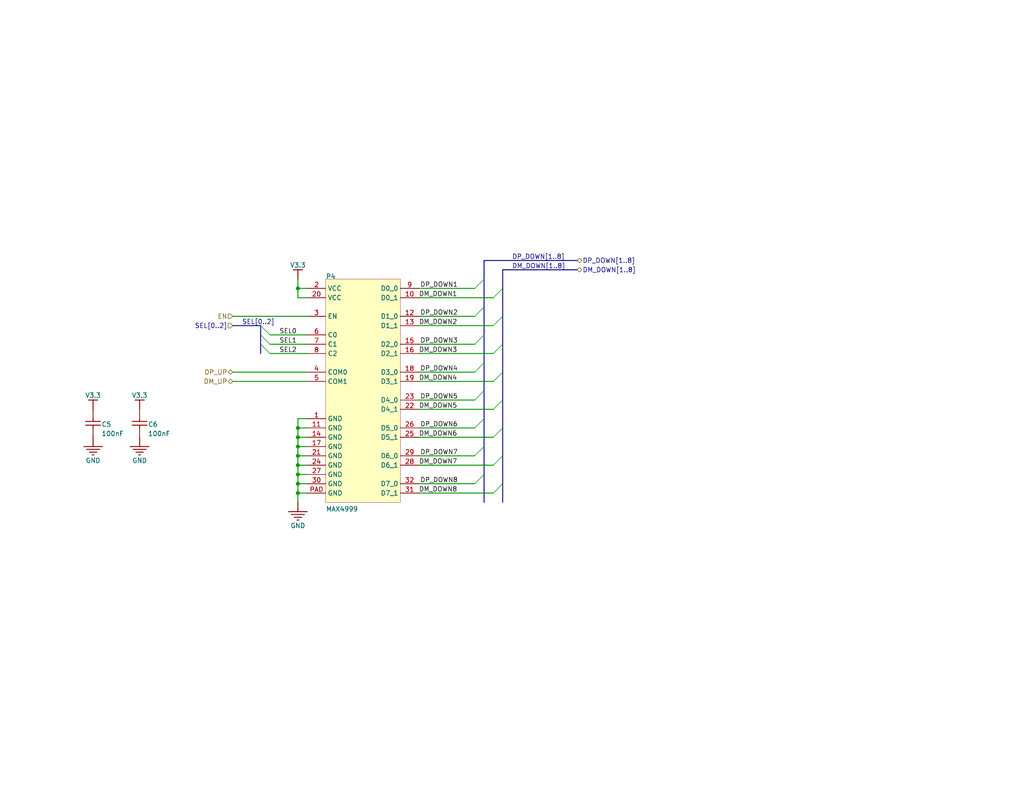
<source format=kicad_sch>
(kicad_sch (version 20231120) (generator "eeschema") (generator_version "8.0")
  (paper "A")
  (lib_symbols
    (symbol "top-altium-import:GND_POWER_GROUND" (power)
      (property "Reference" "#PWR" (at 0 0 0))
      (property "Value" "GND" (at 0 6.35 0))
      (symbol "GND_POWER_GROUND_0_0"
        (polyline (pts (xy -2.54 -2.54) (xy 2.54 -2.54)) (stroke (width 0.254)))
        (polyline (pts (xy -1.778 -3.302) (xy 1.778 -3.302)) (stroke (width 0.254)))
        (polyline (pts (xy -1.016 -4.064) (xy 1.016 -4.064)) (stroke (width 0.254)))
        (polyline (pts (xy -0.254 -4.826) (xy 0.254 -4.826)) (stroke (width 0.254)))
        (polyline (pts (xy 0 0) (xy 0 -2.54)) (stroke (width 0.254)))
        (pin power_in line (at 0 0 0) (length 0) hide (name "GND") (number ""))
      )
    )
    (symbol "top-altium-import:MUX_USB_0_MAX4999"
      (symbol "MUX_USB_0_MAX4999_1_0"
        (rectangle (start 10.16 30.48) (end -10.16 -30.48) (stroke (width 0.0254) (color 128 0 0 1)) (fill (type background)))
        (pin passive line (at -15.24 -7.62 0) (length 5.08) (name "GND") (number "1"))
        (pin passive line (at 15.24 25.4 180) (length 5.08) (name "D0_1") (number "10"))
        (pin passive line (at -15.24 -10.16 0) (length 5.08) (name "GND") (number "11"))
        (pin passive line (at 15.24 20.32 180) (length 5.08) (name "D1_0") (number "12"))
        (pin passive line (at 15.24 17.78 180) (length 5.08) (name "D1_1") (number "13"))
        (pin passive line (at -15.24 -12.7 0) (length 5.08) (name "GND") (number "14"))
        (pin passive line (at 15.24 12.7 180) (length 5.08) (name "D2_0") (number "15"))
        (pin passive line (at 15.24 10.16 180) (length 5.08) (name "D2_1") (number "16"))
        (pin passive line (at -15.24 -15.24 0) (length 5.08) (name "GND") (number "17"))
        (pin passive line (at 15.24 5.08 180) (length 5.08) (name "D3_0") (number "18"))
        (pin passive line (at 15.24 2.54 180) (length 5.08) (name "D3_1") (number "19"))
        (pin passive line (at -15.24 27.94 0) (length 5.08) (name "VCC") (number "2"))
        (pin passive line (at -15.24 25.4 0) (length 5.08) (name "VCC") (number "20"))
        (pin passive line (at -15.24 -17.78 0) (length 5.08) (name "GND") (number "21"))
        (pin passive line (at 15.24 -5.08 180) (length 5.08) (name "D4_1") (number "22"))
        (pin passive line (at 15.24 -2.54 180) (length 5.08) (name "D4_0") (number "23"))
        (pin passive line (at -15.24 -20.32 0) (length 5.08) (name "GND") (number "24"))
        (pin passive line (at 15.24 -12.7 180) (length 5.08) (name "D5_1") (number "25"))
        (pin passive line (at 15.24 -10.16 180) (length 5.08) (name "D5_0") (number "26"))
        (pin passive line (at -15.24 -22.86 0) (length 5.08) (name "GND") (number "27"))
        (pin passive line (at 15.24 -20.32 180) (length 5.08) (name "D6_1") (number "28"))
        (pin passive line (at 15.24 -17.78 180) (length 5.08) (name "D6_0") (number "29"))
        (pin passive line (at -15.24 20.32 0) (length 5.08) (name "EN") (number "3"))
        (pin passive line (at -15.24 -25.4 0) (length 5.08) (name "GND") (number "30"))
        (pin passive line (at 15.24 -27.94 180) (length 5.08) (name "D7_1") (number "31"))
        (pin passive line (at 15.24 -25.4 180) (length 5.08) (name "D7_0") (number "32"))
        (pin passive line (at -15.24 5.08 0) (length 5.08) (name "COM0") (number "4"))
        (pin passive line (at -15.24 2.54 0) (length 5.08) (name "COM1") (number "5"))
        (pin passive line (at -15.24 15.24 0) (length 5.08) (name "C0") (number "6"))
        (pin passive line (at -15.24 12.7 0) (length 5.08) (name "C1") (number "7"))
        (pin passive line (at -15.24 10.16 0) (length 5.08) (name "C2") (number "8"))
        (pin passive line (at 15.24 27.94 180) (length 5.08) (name "D0_0") (number "9"))
        (pin passive line (at -15.24 -27.94 0) (length 5.08) (name "GND") (number "PAD"))
      )
    )
    (symbol "top-altium-import:MUX_USB_1_Capacitor"
      (symbol "MUX_USB_1_Capacitor_1_0"
        (polyline (pts (xy -2.032 0.762) (xy 2.032 0.762)) (stroke (width 0.254)))
        (polyline (pts (xy 0 0) (xy 0 0.762)) (stroke (width 0.254)))
        (polyline (pts (xy 0 1.778) (xy 0 2.54)) (stroke (width 0.254)))
        (polyline (pts (xy 2.032 1.778) (xy -2.032 1.778)) (stroke (width 0.254)))
        (pin passive line (at 0 -2.54 90) (length 2.54) (name "1") (number "1"))
        (pin passive line (at 0 5.08 270) (length 2.54) (name "2") (number "2"))
      )
    )
    (symbol "top-altium-import:V3.3_BAR" (power)
      (property "Reference" "#PWR" (at 0 0 0))
      (property "Value" "V3.3" (at 0 3.81 0))
      (symbol "V3.3_BAR_0_0"
        (polyline (pts (xy -1.27 -2.54) (xy 1.27 -2.54)) (stroke (width 0.254)))
        (polyline (pts (xy 0 0) (xy 0 -2.54)) (stroke (width 0.254)))
        (pin power_in line (at 0 0 0) (length 0) hide (name "V3.3") (number ""))
      )
    )
  )
  (junction (at 81.28 129.54))
  (junction (at 81.28 134.62))
  (junction (at 81.28 116.84))
  (junction (at 81.28 127))
  (junction (at 81.28 78.74))
  (junction (at 81.28 121.92))
  (junction (at 81.28 124.46))
  (junction (at 81.28 132.08))
  (junction (at 81.28 119.38))
  (bus_entry (at 73.66 91.44) (size -2.54 -2.54))
  (bus_entry (at 132.08 99.06) (size -2.54 2.54))
  (bus_entry (at 137.16 101.6) (size -2.54 2.54))
  (bus_entry (at 137.16 78.74) (size -2.54 2.54))
  (bus_entry (at 132.08 106.68) (size -2.54 2.54))
  (bus_entry (at 132.08 91.44) (size -2.54 2.54))
  (bus_entry (at 132.08 83.82) (size -2.54 2.54))
  (bus_entry (at 132.08 121.92) (size -2.54 2.54))
  (bus_entry (at 137.16 116.84) (size -2.54 2.54))
  (bus_entry (at 132.08 129.54) (size -2.54 2.54))
  (bus_entry (at 137.16 124.46) (size -2.54 2.54))
  (bus_entry (at 137.16 132.08) (size -2.54 2.54))
  (bus_entry (at 137.16 109.22) (size -2.54 2.54))
  (bus_entry (at 73.66 93.98) (size -2.54 -2.54))
  (bus_entry (at 132.08 76.2) (size -2.54 2.54))
  (bus_entry (at 73.66 96.52) (size -2.54 -2.54))
  (bus_entry (at 137.16 93.98) (size -2.54 2.54))
  (bus_entry (at 137.16 86.36) (size -2.54 2.54))
  (bus_entry (at 132.08 114.3) (size -2.54 2.54))
  (wire (pts (xy 114.3 78.74) (xy 129.54 78.74)) (stroke (width 0.254)))
  (wire (pts (xy 114.3 96.52) (xy 134.62 96.52)) (stroke (width 0.254)))
  (wire (pts (xy 73.66 96.52) (xy 83.82 96.52)) (stroke (width 0.254)))
  (wire (pts (xy 81.28 114.3) (xy 83.82 114.3)) (stroke (width 0.254)))
  (wire (pts (xy 129.54 132.08) (xy 114.3 132.08)) (stroke (width 0.254)))
  (wire (pts (xy 114.3 104.14) (xy 134.62 104.14)) (stroke (width 0.254)))
  (wire (pts (xy 114.3 111.76) (xy 134.62 111.76)) (stroke (width 0.254)))
  (wire (pts (xy 129.54 86.36) (xy 114.3 86.36)) (stroke (width 0.254)))
  (bus (pts (xy 137.16 73.66) (xy 157.48 73.66)) (stroke (width 0.254)))
  (wire (pts (xy 63.5 104.14) (xy 83.82 104.14)) (stroke (width 0.254)))
  (bus (pts (xy 132.08 106.68) (xy 132.08 99.06)) (stroke (width 0.254)))
  (wire (pts (xy 83.82 78.74) (xy 81.28 78.74)) (stroke (width 0.254)))
  (bus (pts (xy 132.08 137.16) (xy 132.08 129.54)) (stroke (width 0.254)))
  (bus (pts (xy 132.08 129.54) (xy 132.08 121.92)) (stroke (width 0.254)))
  (wire (pts (xy 81.28 134.62) (xy 81.28 132.08)) (stroke (width 0.254)))
  (wire (pts (xy 83.82 134.62) (xy 81.28 134.62)) (stroke (width 0.254)))
  (wire (pts (xy 129.54 101.6) (xy 114.3 101.6)) (stroke (width 0.254)))
  (wire (pts (xy 129.54 109.22) (xy 114.3 109.22)) (stroke (width 0.254)))
  (wire (pts (xy 81.28 132.08) (xy 81.28 129.54)) (stroke (width 0.254)))
  (wire (pts (xy 114.3 81.28) (xy 134.62 81.28)) (stroke (width 0.254)))
  (wire (pts (xy 83.82 132.08) (xy 81.28 132.08)) (stroke (width 0.254)))
  (bus (pts (xy 137.16 137.16) (xy 137.16 132.08)) (stroke (width 0.254)))
  (wire (pts (xy 114.3 134.62) (xy 134.62 134.62)) (stroke (width 0.254)))
  (wire (pts (xy 73.66 93.98) (xy 83.82 93.98)) (stroke (width 0.254)))
  (wire (pts (xy 81.28 119.38) (xy 81.28 116.84)) (stroke (width 0.254)))
  (wire (pts (xy 83.82 127) (xy 81.28 127)) (stroke (width 0.254)))
  (bus (pts (xy 132.08 71.12) (xy 157.48 71.12)) (stroke (width 0.254)))
  (bus (pts (xy 137.16 78.74) (xy 137.16 73.66)) (stroke (width 0.254)))
  (wire (pts (xy 81.28 129.54) (xy 83.82 129.54)) (stroke (width 0.254)))
  (bus (pts (xy 137.16 109.22) (xy 137.16 101.6)) (stroke (width 0.254)))
  (bus (pts (xy 132.08 83.82) (xy 132.08 76.2)) (stroke (width 0.254)))
  (bus (pts (xy 132.08 114.3) (xy 132.08 106.68)) (stroke (width 0.254)))
  (bus (pts (xy 71.12 88.9) (xy 63.5 88.9)) (stroke (width 0.254)))
  (bus (pts (xy 137.16 116.84) (xy 137.16 109.22)) (stroke (width 0.254)))
  (wire (pts (xy 129.54 116.84) (xy 114.3 116.84)) (stroke (width 0.254)))
  (bus (pts (xy 137.16 86.36) (xy 137.16 78.74)) (stroke (width 0.254)))
  (bus (pts (xy 132.08 121.92) (xy 132.08 114.3)) (stroke (width 0.254)))
  (wire (pts (xy 81.28 129.54) (xy 81.28 127)) (stroke (width 0.254)))
  (wire (pts (xy 129.54 124.46) (xy 114.3 124.46)) (stroke (width 0.254)))
  (wire (pts (xy 81.28 124.46) (xy 83.82 124.46)) (stroke (width 0.254)))
  (bus (pts (xy 71.12 91.44) (xy 71.12 88.9)) (stroke (width 0.254)))
  (wire (pts (xy 73.66 91.44) (xy 83.82 91.44)) (stroke (width 0.254)))
  (bus (pts (xy 132.08 76.2) (xy 132.08 71.12)) (stroke (width 0.254)))
  (wire (pts (xy 114.3 119.38) (xy 134.62 119.38)) (stroke (width 0.254)))
  (wire (pts (xy 81.28 127) (xy 81.28 124.46)) (stroke (width 0.254)))
  (wire (pts (xy 81.28 116.84) (xy 81.28 114.3)) (stroke (width 0.254)))
  (wire (pts (xy 81.28 137.16) (xy 81.28 134.62)) (stroke (width 0.254)))
  (wire (pts (xy 114.3 88.9) (xy 134.62 88.9)) (stroke (width 0.254)))
  (wire (pts (xy 114.3 93.98) (xy 129.54 93.98)) (stroke (width 0.254)))
  (wire (pts (xy 81.28 121.92) (xy 81.28 119.38)) (stroke (width 0.254)))
  (wire (pts (xy 81.28 124.46) (xy 81.28 121.92)) (stroke (width 0.254)))
  (wire (pts (xy 83.82 121.92) (xy 81.28 121.92)) (stroke (width 0.254)))
  (bus (pts (xy 71.12 93.98) (xy 71.12 91.44)) (stroke (width 0.254)))
  (bus (pts (xy 137.16 101.6) (xy 137.16 93.98)) (stroke (width 0.254)))
  (bus (pts (xy 132.08 99.06) (xy 132.08 91.44)) (stroke (width 0.254)))
  (wire (pts (xy 81.28 119.38) (xy 83.82 119.38)) (stroke (width 0.254)))
  (wire (pts (xy 114.3 127) (xy 134.62 127)) (stroke (width 0.254)))
  (wire (pts (xy 81.28 81.28) (xy 83.82 81.28)) (stroke (width 0.254)))
  (bus (pts (xy 137.16 132.08) (xy 137.16 124.46)) (stroke (width 0.254)))
  (bus (pts (xy 137.16 124.46) (xy 137.16 116.84)) (stroke (width 0.254)))
  (bus (pts (xy 137.16 93.98) (xy 137.16 86.36)) (stroke (width 0.254)))
  (wire (pts (xy 83.82 116.84) (xy 81.28 116.84)) (stroke (width 0.254)))
  (wire (pts (xy 81.28 78.74) (xy 81.28 81.28)) (stroke (width 0.254)))
  (wire (pts (xy 63.5 86.36) (xy 83.82 86.36)) (stroke (width 0.254)))
  (bus (pts (xy 71.12 96.52) (xy 71.12 93.98)) (stroke (width 0.254)))
  (bus (pts (xy 132.08 91.44) (xy 132.08 83.82)) (stroke (width 0.254)))
  (wire (pts (xy 81.28 76.2) (xy 81.28 78.74)) (stroke (width 0.254)))
  (wire (pts (xy 63.5 101.6) (xy 83.82 101.6)) (stroke (width 0.254)))
  (label "DM_DOWN5" (at 114.3 111.76 0))
  (label "DP_DOWN4" (at 114.64 101.6 0))
  (label "DP_DOWN[1..8]" (at 139.7 71.12 0))
  (label "DP_DOWN8" (at 114.64 132.08 0))
  (label "DM_DOWN7" (at 114.3 127 0))
  (label "SEL1" (at 76.2 93.98 0))
  (label "DM_DOWN2" (at 114.3 88.9 0))
  (label "SEL[0..2]" (at 66.04 88.9 0))
  (label "DP_DOWN6" (at 114.64 116.84 0))
  (label "DM_DOWN[1..8]" (at 139.7 73.66 0))
  (label "SEL2" (at 76.2 96.52 0))
  (label "DP_DOWN3" (at 114.64 93.98 0))
  (label "DP_DOWN5" (at 114.64 109.22 0))
  (label "DM_DOWN1" (at 114.3 81.28 0))
  (label "DM_DOWN3" (at 114.3 96.52 0))
  (label "DM_DOWN4" (at 114.3 104.14 0))
  (label "DP_DOWN1" (at 114.64 78.74 0))
  (label "DM_DOWN6" (at 114.3 119.38 0))
  (label "SEL0" (at 76.2 91.44 0))
  (label "DM_DOWN8" (at 114.3 134.62 0))
  (label "DP_DOWN2" (at 114.64 86.36 0))
  (label "DP_DOWN7" (at 114.64 124.46 0))
  (hierarchical_label "DM_UP" (shape bidirectional) (at 63.5 104.14 180))
  (hierarchical_label "SEL[0..2]" (shape input) (at 63.5 88.9 180))
  (hierarchical_label "DP_DOWN[1..8]" (shape bidirectional) (at 157.48 71.12 0))
  (hierarchical_label "DP_UP" (shape bidirectional) (at 63.5 101.6 180))
  (hierarchical_label "EN" (shape input) (at 63.5 86.36 180))
  (hierarchical_label "DM_DOWN[1..8]" (shape bidirectional) (at 157.48 73.66 0))
  (symbol (lib_id "top-altium-import:GND_POWER_GROUND") (at 81.28 137.16 0) (unit 1)
    (property "Reference" "#PWR?" (effects (hide yes)))
    (property "Value" "GND" (at 81.28 143.51 0))
  )
  (symbol (lib_id "top-altium-import:MUX_USB_1_Capacitor") (at 25.4 116.84 0) (unit 1)
    (property "Reference" "C5" (at 27.686 116.586 0) (effects (justify left bottom)))
    (property "Value" "${ALTIUM_VALUE}" (at 27.686 119.126 0) (effects (justify left bottom)))
    (property "Footprint" "0402" (effects (hide yes)))
    (property "ALTIUM_VALUE" "100nF" (effects (hide yes)))
  )
  (symbol (lib_id "top-altium-import:GND_POWER_GROUND") (at 38.1 119.38 0) (unit 1)
    (property "Reference" "#PWR?" (effects (hide yes)))
    (property "Value" "GND" (at 38.1 125.73 0))
  )
  (symbol (lib_id "top-altium-import:V3.3_BAR") (at 81.28 76.2 180) (unit 1)
    (property "Reference" "#PWR?" (effects (hide yes)))
    (property "Value" "V3.3" (at 81.28 72.39 0))
  )
  (symbol (lib_id "top-altium-import:MUX_USB_1_Capacitor") (at 38.1 116.84 0) (unit 1)
    (property "Reference" "C6" (at 40.386 116.586 0) (effects (justify left bottom)))
    (property "Value" "${ALTIUM_VALUE}" (at 40.386 119.126 0) (effects (justify left bottom)))
    (property "Footprint" "0402" (effects (hide yes)))
    (property "ALTIUM_VALUE" "100nF" (effects (hide yes)))
  )
  (symbol (lib_id "top-altium-import:V3.3_BAR") (at 25.4 111.76 180) (unit 1)
    (property "Reference" "#PWR?" (effects (hide yes)))
    (property "Value" "V3.3" (at 25.4 107.95 0))
  )
  (symbol (lib_id "top-altium-import:GND_POWER_GROUND") (at 25.4 119.38 0) (unit 1)
    (property "Reference" "#PWR?" (effects (hide yes)))
    (property "Value" "GND" (at 25.4 125.73 0))
  )
  (symbol (lib_id "top-altium-import:MUX_USB_0_MAX4999") (at 99.06 106.68 0) (unit 1)
    (property "Reference" "P4" (at 88.9 76.2 0) (effects (justify left bottom)))
    (property "Value" "MAX4999" (at 88.9 139.7 0) (effects (justify left bottom)))
    (property "Footprint" "MAXIM_T3255+4" (effects (hide yes)))
  )
  (symbol (lib_id "top-altium-import:V3.3_BAR") (at 38.1 111.76 180) (unit 1)
    (property "Reference" "#PWR?" (effects (hide yes)))
    (property "Value" "V3.3" (at 38.1 107.95 0))
  )
)
</source>
